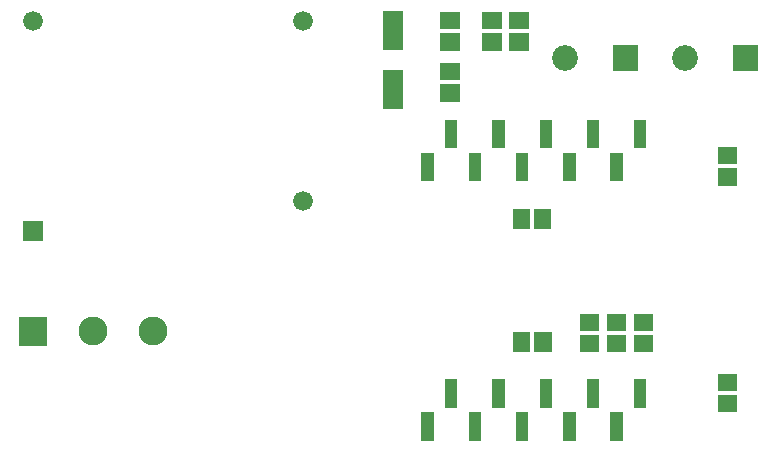
<source format=gbr>
G04 start of page 6 for group -4063 idx -4063 *
G04 Title: (unknown), componentmask *
G04 Creator: pcb 4.0.2 *
G04 CreationDate: Sat May 14 18:14:31 2022 UTC *
G04 For: railfan *
G04 Format: Gerber/RS-274X *
G04 PCB-Dimensions (mil): 2800.00 1800.00 *
G04 PCB-Coordinate-Origin: lower left *
%MOIN*%
%FSLAX25Y25*%
%LNTOPMASK*%
%ADD40C,0.0960*%
%ADD39C,0.0660*%
%ADD38C,0.0860*%
%ADD37C,0.0001*%
G54D37*G36*
X214700Y149300D02*Y140700D01*
X223300D01*
Y149300D01*
X214700D01*
G37*
G54D38*X199000Y145000D03*
G54D37*G36*
X254700Y149300D02*Y140700D01*
X263300D01*
Y149300D01*
X254700D01*
G37*
G54D38*X239000Y145000D03*
G54D37*G36*
X18200Y90800D02*Y84200D01*
X24800D01*
Y90800D01*
X18200D01*
G37*
G54D39*X111500Y97500D03*
Y157500D03*
X21500D03*
G54D37*G36*
X16700Y58800D02*Y49200D01*
X26300D01*
Y58800D01*
X16700D01*
G37*
G54D40*X41500Y54000D03*
X61500D03*
G54D37*G36*
X221748Y59902D02*Y54184D01*
X228252D01*
Y59902D01*
X221748D01*
G37*
G36*
Y52816D02*Y47098D01*
X228252D01*
Y52816D01*
X221748D01*
G37*
G36*
X212748Y59902D02*Y54184D01*
X219252D01*
Y59902D01*
X212748D01*
G37*
G36*
Y52816D02*Y47098D01*
X219252D01*
Y52816D01*
X212748D01*
G37*
G36*
X203748Y59902D02*Y54184D01*
X210252D01*
Y59902D01*
X203748D01*
G37*
G36*
Y52816D02*Y47098D01*
X210252D01*
Y52816D01*
X203748D01*
G37*
G36*
X187316Y53752D02*X181598D01*
Y47248D01*
X187316D01*
Y53752D01*
G37*
G36*
X194402D02*X188684D01*
Y47248D01*
X194402D01*
Y53752D01*
G37*
G36*
X249705Y39902D02*Y34184D01*
X256209D01*
Y39902D01*
X249705D01*
G37*
G36*
Y32816D02*Y27098D01*
X256209D01*
Y32816D01*
X249705D01*
G37*
G36*
X225985Y37993D02*X221881D01*
Y28377D01*
X225985D01*
Y37993D01*
G37*
G36*
X180248Y160402D02*Y154684D01*
X186752D01*
Y160402D01*
X180248D01*
G37*
G36*
Y153316D02*Y147598D01*
X186752D01*
Y153316D01*
X180248D01*
G37*
G36*
X171248Y160402D02*Y154684D01*
X177752D01*
Y160402D01*
X171248D01*
G37*
G36*
Y153316D02*Y147598D01*
X177752D01*
Y153316D01*
X171248D01*
G37*
G36*
X144950Y160942D02*X138050D01*
Y147743D01*
X144950D01*
Y160942D01*
G37*
G36*
Y141257D02*X138050D01*
Y128058D01*
X144950D01*
Y141257D01*
G37*
G36*
X157248Y136316D02*Y130598D01*
X163752D01*
Y136316D01*
X157248D01*
G37*
G36*
Y143402D02*Y137684D01*
X163752D01*
Y143402D01*
X157248D01*
G37*
G36*
X162993Y124607D02*X158889D01*
Y114991D01*
X162993D01*
Y124607D01*
G37*
G36*
X155119Y113623D02*X151015D01*
Y104007D01*
X155119D01*
Y113623D01*
G37*
G36*
X157248Y153316D02*Y147598D01*
X163752D01*
Y153316D01*
X157248D01*
G37*
G36*
Y160402D02*Y154684D01*
X163752D01*
Y160402D01*
X157248D01*
G37*
G36*
X187273Y94752D02*X181555D01*
Y88248D01*
X187273D01*
Y94752D01*
G37*
G36*
X194359D02*X188641D01*
Y88248D01*
X194359D01*
Y94752D01*
G37*
G36*
X178741Y124607D02*X174637D01*
Y114991D01*
X178741D01*
Y124607D01*
G37*
G36*
X170867Y113623D02*X166763D01*
Y104007D01*
X170867D01*
Y113623D01*
G37*
G36*
X249748Y108316D02*Y102598D01*
X256252D01*
Y108316D01*
X249748D01*
G37*
G36*
Y115402D02*Y109684D01*
X256252D01*
Y115402D01*
X249748D01*
G37*
G36*
X225985Y124607D02*X221881D01*
Y114991D01*
X225985D01*
Y124607D01*
G37*
G36*
X210237D02*X206133D01*
Y114991D01*
X210237D01*
Y124607D01*
G37*
G36*
X194489D02*X190385D01*
Y114991D01*
X194489D01*
Y124607D01*
G37*
G36*
X186615Y113623D02*X182511D01*
Y104007D01*
X186615D01*
Y113623D01*
G37*
G36*
X202363D02*X198259D01*
Y104007D01*
X202363D01*
Y113623D01*
G37*
G36*
X218111D02*X214007D01*
Y104007D01*
X218111D01*
Y113623D01*
G37*
G36*
X210237Y37993D02*X206133D01*
Y28377D01*
X210237D01*
Y37993D01*
G37*
G36*
X194489D02*X190385D01*
Y28377D01*
X194489D01*
Y37993D01*
G37*
G36*
X186615Y27009D02*X182511D01*
Y17393D01*
X186615D01*
Y27009D01*
G37*
G36*
X202363D02*X198259D01*
Y17393D01*
X202363D01*
Y27009D01*
G37*
G36*
X178741Y37993D02*X174637D01*
Y28377D01*
X178741D01*
Y37993D01*
G37*
G36*
X162993D02*X158889D01*
Y28377D01*
X162993D01*
Y37993D01*
G37*
G36*
X155119Y27009D02*X151015D01*
Y17393D01*
X155119D01*
Y27009D01*
G37*
G36*
X170867D02*X166763D01*
Y17393D01*
X170867D01*
Y27009D01*
G37*
G36*
X218111D02*X214007D01*
Y17393D01*
X218111D01*
Y27009D01*
G37*
M02*

</source>
